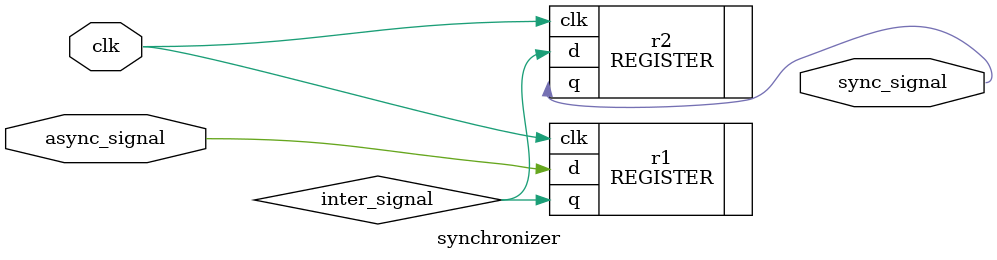
<source format=v>
`timescale 1ns/1ns

module synchronizer #(parameter WIDTH = 1) (
  input [WIDTH-1:0] async_signal,
  input clk,
  output [WIDTH-1:0] sync_signal
);
  // TODO: Create your 2 flip-flop synchronizer here
  // This module takes in a vector of WIDTH-bit asynchronous
  // (from different clock domain or not clocked, such as button press) signals
  // and should output a vector of WIDTH-bit synchronous signals
  // that are synchronized to the input clk
  wire [WIDTH-1: 0] inter_signal;
  
  REGISTER #(.N(WIDTH)) r1 (
    .clk(clk),
    .d(async_signal),
    .q(inter_signal)
  );

  REGISTER #(.N(WIDTH)) r2 (
    .clk(clk),
    .d(inter_signal),
    .q(sync_signal)
  );

endmodule

</source>
